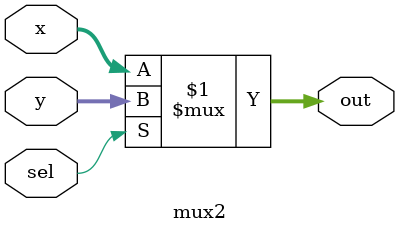
<source format=sv>
module mux2(x, y, sel, out);
input logic [31:0] x, y;
input logic sel;
output logic [31:0] out;

assign out = (sel) ? y : x;

endmodule 
</source>
